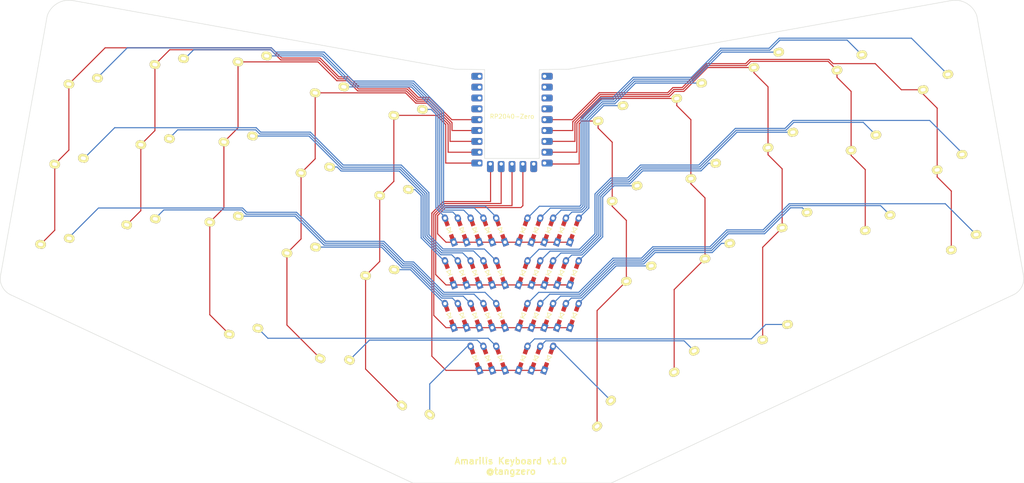
<source format=kicad_pcb>
(kicad_pcb (version 20211014) (generator pcbnew)
  (title_block (title "Amarilis Keyboard") (date "2023-03-17") (rev "1.0") (company "@tangzero"))
  (layers (0 "F.Cu" signal) (31 "B.Cu" signal) (34 "B.Paste" user) (35 "F.Paste" user) (36 "B.SilkS" user "B.Silkscreen") (37 "F.SilkS" user "F.Silkscreen") (38 "B.Mask" user) (39 "F.Mask" user) (44 "Edge.Cuts" user))
  (net 0 "")
  (net 1 "ROW0")
  (net 2 "Net-(D1-Pad2)")
  (net 3 "Net-(D2-Pad2)")
  (net 4 "Net-(D3-Pad2)")
  (net 5 "Net-(D4-Pad2)")
  (net 6 "Net-(D5-Pad2)")
  (net 7 "Net-(D6-Pad2)")
  (net 8 "Net-(D7-Pad2)")
  (net 9 "Net-(D8-Pad2)")
  (net 10 "Net-(D9-Pad2)")
  (net 11 "Net-(D10-Pad2)")
  (net 12 "ROW1")
  (net 13 "Net-(D11-Pad2)")
  (net 14 "Net-(D12-Pad2)")
  (net 23 "Net-(D13-Pad2)")
  (net 24 "Net-(D14-Pad2)")
  (net 25 "Net-(D15-Pad2)")
  (net 26 "Net-(D16-Pad2)")
  (net 27 "Net-(D17-Pad2)")
  (net 28 "Net-(D18-Pad2)")
  (net 29 "Net-(D19-Pad2)")
  (net 30 "Net-(D20-Pad2)")
  (net 31 "ROW2")
  (net 32 "Net-(D21-Pad2)")
  (net 33 "Net-(D22-Pad2)")
  (net 34 "Net-(D23-Pad2)")
  (net 35 "Net-(D24-Pad2)")
  (net 36 "Net-(D25-Pad2)")
  (net 37 "Net-(D26-Pad2)")
  (net 38 "Net-(D27-Pad2)")
  (net 39 "Net-(D28-Pad2)")
  (net 40 "Net-(D29-Pad2)")
  (net 41 "Net-(D30-Pad2)")
  (net 42 "ROW3")
  (net 43 "Net-(D31-Pad2)")
  (net 44 "Net-(D32-Pad2)")
  (net 45 "Net-(D33-Pad2)")
  (net 46 "Net-(D34-Pad2)")
  (net 47 "Net-(D35-Pad2)")
  (net 48 "Net-(D36-Pad2)")
  (net 49 "COL0")
  (net 50 "COL1")
  (net 51 "COL2")
  (net 52 "COL3")
  (net 53 "COL4")
  (net 54 "COL5")
  (net 55 "COL6")
  (net 56 "COL7")
  (net 57 "COL8")
  (net 58 "COL9")
  (footprint "kbd:D3_TH" (layer "F.Cu") (at 159.607086 108 70)
    (fp_text reference "D17" hide)
    (fp_text value "1N4148" hide)
  )
  (footprint "kbd:D3_TH" (layer "F.Cu") (at 150.607086 118 70)
    (fp_text reference "D30" hide)
    (fp_text value "1N4148" hide)
  )
  (footprint "kbd:D3_TH" (layer "F.Cu") (at 150.607086 98 70)
    (fp_text reference "D10" hide)
    (fp_text value "1N4148" hide)
  )
  (footprint "kbd:spacer_m2" (layer "F.Cu") (at 183.055772 80.034293)
    (fp_text reference "Ref**" hide)
    (fp_text value "Val**" hide)
  )
  (footprint "kbd:CherryMX_1u" (layer "F.Cu") (at 44.271054 85.715056 -10)
    (fp_text reference "SW11" hide)
    (fp_text value "SW_PUSH" hide)
  )
  (footprint "kbd:CherryMX_1u" (layer "F.Cu") (at 110.122091 144.600068 -40)
    (fp_text reference "SW33" hide)
    (fp_text value "SW_PUSH" hide)
  )
  (footprint "kbd:spacer_m2" (layer "F.Cu") (at 148.015842 144.252025)
    (fp_text reference "Ref**" hide)
    (fp_text value "Val**" hide)
  )
  (footprint "kbd:CherryMX_1u" (layer "F.Cu") (at 98.634005 106.521175 -10)
    (fp_text reference "SW24" hide)
    (fp_text value "SW_PUSH" hide)
  )
  (footprint "kbd:D3_TH" (layer "F.Cu") (at 142.357086 108 110)
    (fp_text reference "D12" hide)
    (fp_text value "1N4148" hide)
  )
  (footprint "kbd:CherryMX_1u" (layer "F.Cu") (at 64.420827 81.144592 -10)
    (fp_text reference "SW12" hide)
    (fp_text value "SW_PUSH" hide)
  )
  (footprint "kbd:D3_TH" (layer "F.Cu") (at 153.607086 128 70)
    (fp_text reference "D35" hide)
    (fp_text value "1N4148" hide)
  )
  (footprint "kbd:D3_TH" (layer "F.Cu") (at 159.607086 98 70)
    (fp_text reference "D7" hide)
    (fp_text value "1N4148" hide)
  )
  (footprint "kbd:D3_TH" (layer "F.Cu") (at 162.607086 118 70)
    (fp_text reference "D26" hide)
    (fp_text value "1N4148" hide)
  )
  (footprint "kbd:D3_TH" (layer "F.Cu") (at 139.357086 108 110)
    (fp_text reference "D13" hide)
    (fp_text value "1N4148" hide)
  )
  (footprint "kbd:CherryMX_1u" (layer "F.Cu") (at 117.047296 111.798789 -10)
    (fp_text reference "SW25" hide)
    (fp_text value "SW_PUSH" hide)
  )
  (footprint "kbd:spacer_m2" (layer "F.Cu") (at 195.124261 119.284026)
    (fp_text reference "Ref**" hide)
    (fp_text value "Val**" hide)
  )
  (footprint "kbd:D3_TH" (layer "F.Cu") (at 153.607086 118 70)
    (fp_text reference "D29" hide)
    (fp_text value "1N4148" hide)
  )
  (footprint "kbd:CherryMX_1u" (layer "F.Cu") (at 228.303242 62.384004 10)
    (fp_text reference "SW9" hide)
    (fp_text value "SW_PUSH" hide)
  )
  (footprint "kbd:D3_TH" (layer "F.Cu") (at 162.607086 98 70)
    (fp_text reference "D6" hide)
    (fp_text value "1N4148" hide)
  )
  (footprint "kbd:CherryMX_1u" (layer "F.Cu") (at 234.919238 99.90518 10)
    (fp_text reference "SW29" hide)
    (fp_text value "SW_PUSH" hide)
  )
  (footprint "kbd:CherryMX_1u" (layer "F.Cu") (at 185.909976 144.600067 40)
    (fp_text reference "SW34" hide)
    (fp_text value "SW_PUSH" hide)
  )
  (footprint "kbd:CherryMX_1u" (layer "F.Cu") (at 215.464057 99.273946 10)
    (fp_text reference "SW28" hide)
    (fp_text value "SW_PUSH" hide)
  )
  (footprint "kbd:D3_TH" (layer "F.Cu") (at 162.607086 108 70)
    (fp_text reference "D16" hide)
    (fp_text value "1N4148" hide)
  )
  (footprint "kbd:CherryMX_1u" (layer "F.Cu") (at 61.112829 99.90518 -10)
    (fp_text reference "SW22" hide)
    (fp_text value "SW_PUSH" hide)
  )
  (footprint "kbd:CherryMX_1u" (layer "F.Cu") (at 255.069011 104.475644 10)
    (fp_text reference "SW30" hide)
    (fp_text value "SW_PUSH" hide)
  )
  (footprint "kbd:CherryMX_1u" (layer "F.Cu") (at 83.876008 80.513359 -10)
    (fp_text reference "SW13" hide)
    (fp_text value "SW_PUSH" hide)
  )
  (footprint "RP2040-Zero-Kicad:RP2040-Zero" (layer "F.Cu") (at 137.865 84.825)
    (fp_text reference "RZ1")
    (fp_text value "RP2040-Zero")
  )
  (footprint "kbd:CherryMX_1u" (layer "F.Cu") (at 92.856928 136.549189 -25)
    (fp_text reference "SW32" hide)
    (fp_text value "SW_PUSH" hide)
  )
  (footprint "kbd:D3_TH" (layer "F.Cu") (at 142.357086 98 110)
    (fp_text reference "D2" hide)
    (fp_text value "1N4148" hide)
  )
  (footprint "kbd:D3_TH" (layer "F.Cu") (at 153.607086 108 70)
    (fp_text reference "D19" hide)
    (fp_text value "1N4148" hide)
  )
  (footprint "kbd:spacer_m2" (layer "F.Cu") (at 58.613345 59.228174)
    (fp_text reference "Ref**" hide)
    (fp_text value "Val**" hide)
  )
  (footprint "kbd:CherryMX_1u" (layer "F.Cu") (at 251.761013 85.715056 10)
    (fp_text reference "SW20" hide)
    (fp_text value "SW_PUSH" hide)
  )
  (footprint "kbd:spacer_m2" (layer "F.Cu") (at 237.418722 59.228173)
    (fp_text reference "Ref**" hide)
    (fp_text value "Val**" hide)
  )
  (footprint "kbd:D3_TH" (layer "F.Cu") (at 136.357086 108 110)
    (fp_text reference "D14" hide)
    (fp_text value "1N4148" hide)
  )
  (footprint "kbd:D3_TH" (layer "F.Cu") (at 156.607086 108 70)
    (fp_text reference "D18" hide)
    (fp_text value "1N4148" hide)
  )
  (footprint "kbd:CherryMX_1u" (layer "F.Cu") (at 190.782067 69 10)
    (fp_text reference "SW7" hide)
    (fp_text value "SW_PUSH" hide)
  )
  (footprint "kbd:CherryMX_1u" (layer "F.Cu") (at 105.25 69 -10)
    (fp_text reference "SW4" hide)
    (fp_text value "SW_PUSH" hide)
  )
  (footprint "kbd:D3_TH" (layer "F.Cu") (at 153.607086 98 70)
    (fp_text reference "D9" hide)
    (fp_text value "1N4148" hide)
  )
  (footprint "kbd:CherryMX_1u" (layer "F.Cu") (at 87.184005 61.752771 -10)
    (fp_text reference "SW3" hide)
    (fp_text value "SW_PUSH" hide)
  )
  (footprint "kbd:CherryMX_1u" (layer "F.Cu") (at 120.355294 93.038201 -10)
    (fp_text reference "SW15" hide)
    (fp_text value "SW_PUSH" hide)
  )
  (footprint "kbd:spacer_m2" (layer "F.Cu") (at 50.078536 107.631475)
    (fp_text reference "Ref**" hide)
    (fp_text value "Val**" hide)
  )
  (footprint "kbd:spacer_m2" (layer "F.Cu") (at 100.907806 119.284026)
    (fp_text reference "Ref**" hide)
    (fp_text value "Val**" hide)
  )
  (footprint "kbd:D3_TH" (layer "F.Cu") (at 142.357086 118 110)
    (fp_text reference "D22" hide)
    (fp_text value "1N4148" hide)
  )
  (footprint "kbd:CherryMX_1u" (layer "F.Cu") (at 67.728825 62.384004 -10)
    (fp_text reference "SW2" hide)
    (fp_text value "SW_PUSH" hide)
  )
  (footprint "kbd:D3_TH" (layer "F.Cu") (at 156.607086 98 70)
    (fp_text reference "D8" hide)
    (fp_text value "1N4148" hide)
  )
  (footprint "kbd:CherryMX_1u" (layer "F.Cu") (at 203.175139 136.549189 25)
    (fp_text reference "SW35" hide)
    (fp_text value "SW_PUSH" hide)
  )
  (footprint "kbd:D3_TH" (layer "F.Cu") (at 133.357086 108 110)
    (fp_text reference "D15" hide)
    (fp_text value "1N4148" hide)
  )
  (footprint "kbd:D3_TH" (layer "F.Cu") (at 159.607086 118 70)
    (fp_text reference "D27" hide)
    (fp_text value "1N4148" hide)
  )
  (footprint "kbd:CherryMX_1u" (layer "F.Cu") (at 80.56801 99.273946 -10)
    (fp_text reference "SW23" hide)
    (fp_text value "SW_PUSH" hide)
  )
  (footprint "kbd:CherryMX_1u" (layer "F.Cu") (at 172.368775 74.277613 10)
    (fp_text reference "SW6" hide)
    (fp_text value "SW_PUSH" hide)
  )
  (footprint "kbd:D3_TH" (layer "F.Cu") (at 136.357086 98 110)
    (fp_text reference "D4" hide)
    (fp_text value "1N4148" hide)
  )
  (footprint "kbd:D3_TH" (layer "F.Cu") (at 156.607086 128 70)
    (fp_text reference "D34" hide)
    (fp_text value "1N4148" hide)
  )
  (footprint "kbd:CherryMX_1u" (layer "F.Cu") (at 208.848062 61.752771 10)
    (fp_text reference "SW8" hide)
    (fp_text value "SW_PUSH" hide)
  )
  (footprint "kbd:CherryMX_1u" (layer "F.Cu") (at 123.663292 74.277613 -10)
    (fp_text reference "SW5" hide)
    (fp_text value "SW_PUSH" hide)
  )
  (footprint "kbd:D3_TH" (layer "F.Cu") (at 136.357086 118 110)
    (fp_text reference "D24" hide)
    (fp_text value "1N4148" hide)
  )
  (footprint "kbd:D3_TH" (layer "F.Cu") (at 133.357086 118 110)
    (fp_text reference "D25" hide)
    (fp_text value "1N4148" hide)
  )
  (footprint "kbd:CherryMX_1u" (layer "F.Cu") (at 212.156059 80.513359 10)
    (fp_text reference "SW18" hide)
    (fp_text value "SW_PUSH" hide)
  )
  (footprint "kbd:CherryMX_1u" (layer "F.Cu") (at 85.130633 125.514897 -10)
    (fp_text reference "SW31" hide)
    (fp_text value "SW_PUSH" hide)
  )
  (footprint "kbd:CherryMX_1u" (layer "F.Cu") (at 248.453015 66.954468 10)
    (fp_text reference "SW10" hide)
    (fp_text value "SW_PUSH" hide)
  )
  (footprint "kbd:D3_TH" (layer "F.Cu") (at 150.607086 108 70)
    (fp_text reference "D20" hide)
    (fp_text value "1N4148" hide)
  )
  (footprint "kbd:D3_TH" (layer "F.Cu") (at 139.357086 128 110)
    (fp_text reference "D33" hide)
    (fp_text value "1N4148" hide)
  )
  (footprint "kbd:CherryMX_1u" (layer "F.Cu") (at 40.963056 104.475644 -10)
    (fp_text reference "SW21" hide)
    (fp_text value "SW_PUSH" hide)
  )
  (footprint "kbd:CherryMX_1u" (layer "F.Cu") (at 197.398062 106.521175 10)
    (fp_text reference "SW27" hide)
    (fp_text value "SW_PUSH" hide)
  )
  (footprint "kbd:D3_TH" (layer "F.Cu") (at 145.357086 118 110)
    (fp_text reference "D21" hide)
    (fp_text value "1N4148" hide)
  )
  (footprint "kbd:CherryMX_1u" (layer "F.Cu") (at 101.942002 87.760588 -10)
    (fp_text reference "SW14" hide)
    (fp_text value "SW_PUSH" hide)
  )
  (footprint "kbd:D3_TH" (layer "F.Cu") (at 139.357086 118 110)
    (fp_text reference "D23" hide)
    (fp_text value "1N4148" hide)
  )
  (footprint "kbd:CherryMX_1u" (layer "F.Cu") (at 210.901434 125.514897 10)
    (fp_text reference "SW36" hide)
    (fp_text value "SW_PUSH" hide)
  )
  (footprint "kbd:D3_TH" (layer "F.Cu") (at 156.607086 118 70)
    (fp_text reference "D28" hide)
    (fp_text value "1N4148" hide)
  )
  (footprint "kbd:CherryMX_1u" (layer "F.Cu") (at 178.984771 111.798788 10)
    (fp_text reference "SW26" hide)
    (fp_text value "SW_PUSH" hide)
  )
  (footprint "kbd:D3_TH" (layer "F.Cu") (at 139.357086 98 110)
    (fp_text reference "D3" hide)
    (fp_text value "1N4148" hide)
  )
  (footprint "kbd:spacer_m2" (layer "F.Cu") (at 245.953531 107.631475)
    (fp_text reference "Ref**" hide)
    (fp_text value "Val**" hide)
  )
  (footprint "kbd:D3_TH" (layer "F.Cu") (at 145.357086 98 110)
    (fp_text reference "D1" hide)
    (fp_text value "1N4148" hide)
  )
  (footprint "kbd:CherryMX_1u" (layer "F.Cu") (at 231.61124 81.144592 10)
    (fp_text reference "SW19" hide)
    (fp_text value "SW_PUSH" hide)
  )
  (footprint "kbd:CherryMX_1u" (layer "F.Cu") (at 194.090064 87.760587 10)
    (fp_text reference "SW17" hide)
    (fp_text value "SW_PUSH" hide)
  )
  (footprint "kbd:D3_TH" (layer "F.Cu") (at 145.357086 108 110)
    (fp_text reference "D11" hide)
    (fp_text value "1N4148" hide)
  )
  (footprint "kbd:spacer_m2" (layer "F.Cu") (at 112.976295 80.034293)
    (fp_text reference "Ref**" hide)
    (fp_text value "Val**" hide)
  )
  (footprint "kbd:CherryMX_1u" (layer "F.Cu") (at 47.579052 66.954469 -10)
    (fp_text reference "SW1" hide)
    (fp_text value "SW_PUSH" hide)
  )
  (footprint "kbd:D3_TH" (layer "F.Cu") (at 142.357086 128 110)
    (fp_text reference "D32" hide)
    (fp_text value "1N4148" hide)
  )
  (footprint "kbd:D3_TH" (layer "F.Cu") (at 145.357086 128 110)
    (fp_text reference "D31" hide)
    (fp_text value "1N4148" hide)
  )
  (footprint "kbd:D3_TH" (layer "F.Cu") (at 133.357086 98 110)
    (fp_text reference "D5" hide)
    (fp_text value "1N4148" hide)
  )
  (footprint "kbd:D3_TH" (layer "F.Cu") (at 150.607086 128 70)
    (fp_text reference "D36" hide)
    (fp_text value "1N4148" hide)
  )
  (footprint "kbd:CherryMX_1u" (layer "F.Cu") (at 175.676773 93.038201 10)
    (fp_text reference "SW16" hide)
    (fp_text value "SW_PUSH" hide)
  )
  (gr_line (start 141.6 81.2) (end 154.4 81.2) (layer "Edge.Cuts") (width 0.1))
  (gr_line (start 124.8 157.2) (end 171.25 157.2) (layer "Edge.Cuts") (width 0.1))
  (gr_line (start 161.35 60.3) (end 154.4 60.4) (layer "Edge.Cuts") (width 0.1))
  (gr_line (start 141.6 60.4) (end 134.7 60.3) (layer "Edge.Cuts") (width 0.1))
  (gr_line (start 28.2 109) (end 39.2 47.8) (layer "Edge.Cuts") (width 0.1))
  (gr_line (start 141.6 81.2) (end 141.6 60.4) (layer "Edge.Cuts") (width 0.1))
  (gr_line (start 265.25 113.2) (end 171.25 157.2) (layer "Edge.Cuts") (width 0.1))
  (gr_arc (start 30.8 113.2) (mid 28.83524 111.511518) (end 28.2 109) (layer "Edge.Cuts") (width 0.1))
  (gr_line (start 161.35 60.3) (end 251.05 44.2) (layer "Edge.Cuts") (width 0.1))
  (gr_line (start 154.4 81.2) (end 154.4 60.4) (layer "Edge.Cuts") (width 0.1))
  (gr_arc (start 267.85 109) (mid 267.21476 111.511518) (end 265.25 113.2) (layer "Edge.Cuts") (width 0.1))
  (gr_line (start 256.85 47.8) (end 267.85 109) (layer "Edge.Cuts") (width 0.1))
  (gr_line (start 124.8 157.2) (end 30.8 113.2) (layer "Edge.Cuts") (width 0.1))
  (gr_line (start 45 44.2) (end 134.7 60.3) (layer "Edge.Cuts") (width 0.1))
  (gr_arc (start 39.2 47.8) (mid 41.456213 44.962788) (end 45 44.2) (layer "Edge.Cuts") (width 0.1))
  (gr_arc (start 251.05 44.2) (mid 254.593787 44.962788) (end 256.85 47.8) (layer "Edge.Cuts") (width 0.1))
  (gr_text "Amarilis Keyboard v1.0\n@tangzero" (at 147.75 153.25) (layer "F.SilkS") (effects (font (size 1.5 1.5) (thickness 0.3))))
  (segment (start 130.6 94.559188) (end 132.459188 92.7) (width 0.25) (layer "F.Cu") (net 1))
  (segment (start 150.115 92.7) (end 150.565 92.25) (width 0.25) (layer "F.Cu") (net 1))
  (segment (start 130.6 98.85) (end 130.6 94.559188) (width 0.25) (layer "F.Cu") (net 1))
  (segment (start 134.383146 100.819078) (end 161.581026 100.819078) (width 0.25) (layer "F.Cu") (net 1))
  (segment (start 132.569078 100.819078) (end 130.6 98.85) (width 0.25) (layer "F.Cu") (net 1))
  (segment (start 150.565 92.25) (end 150.565 82.871395) (width 0.25) (layer "F.Cu") (net 1))
  (segment (start 133.581026 100.819078) (end 132.569078 100.819078) (width 0.25) (layer "F.Cu") (net 1))
  (segment (start 132.459188 92.7) (end 150.115 92.7) (width 0.25) (layer "F.Cu") (net 1))
  (segment (start 104.041014 56.291014) (end 92.686396 56.291014) (width 0.25) (layer "B.Cu") (net 2))
  (segment (start 144.581026 95.180922) (end 141.756906 92.356802) (width 0.25) (layer "B.Cu") (net 2))
  (segment (start 124.997431 63.088243) (end 110.838243 63.088243) (width 0.25) (layer "B.Cu") (net 2))
  (segment (start 91.695382 55.3) (end 57.95 55.3) (width 0.25) (layer "B.Cu") (net 2))
  (segment (start 57.95 55.3) (end 50.962596 62.287404) (width 0.25) (layer "B.Cu") (net 2))
  (segment (start 132 91.977208) (end 132 70.090812) (width 0.25) (layer "B.Cu") (net 2))
  (segment (start 92.686396 56.291014) (end 91.695382 55.3) (width 0.25) (layer "B.Cu") (net 2))
  (segment (start 110.838243 63.088243) (end 104.041014 56.291014) (width 0.25) (layer "B.Cu") (net 2))
  (segment (start 132 70.090812) (end 124.997431 63.088243) (width 0.25) (layer "B.Cu") (net 2))
  (segment (start 132.379594 92.356802) (end 132 91.977208) (width 0.25) (layer "B.Cu") (net 2))
  (segment (start 141.756906 92.356802) (end 132.379594 92.356802) (width 0.25) (layer "B.Cu") (net 2))
  (segment (start 103.755646 56.741014) (end 110.552875 63.538243) (width 0.25) (layer "B.Cu") (net 3))
  (segment (start 131.55 92.163604) (end 132.193198 92.806802) (width 0.25) (layer "B.Cu") (net 3))
  (segment (start 132.193198 92.806802) (end 139.206906 92.806802) (width 0.25) (layer "B.Cu") (net 3))
  (segment (start 92.5 56.741014) (end 103.755646 56.741014) (width 0.25) (layer "B.Cu") (net 3))
  (segment (start 124.811035 63.538243) (end 131.55 70.277208) (width 0.25) (layer "B.Cu") (net 3))
  (segment (start 91.508986 55.75) (end 92.5 56.741014) (width 0.25) (layer "B.Cu") (net 3))
  (segment (start 71.427753 57.822247) (end 73.5 55.75) (width 0.25) (layer "B.Cu") (net 3))
  (segment (start 73.5 55.75) (end 91.508986 55.75) (width 0.25) (layer "B.Cu") (net 3))
  (segment (start 139.206906 92.806802) (end 141.581026 95.180922) (width 0.25) (layer "B.Cu") (net 3))
  (segment (start 110.552875 63.538243) (end 124.811035 63.538243) (width 0.25) (layer "B.Cu") (net 3))
  (segment (start 131.55 70.277208) (end 131.55 92.163604) (width 0.25) (layer "B.Cu") (net 3))
  (segment (start 110.366479 63.988243) (end 124.624639 63.988243) (width 0.25) (layer "B.Cu") (net 4))
  (segment (start 131.1 92.35) (end 132.05 93.3) (width 0.25) (layer "B.Cu") (net 4))
  (segment (start 136.700104 93.3) (end 138.581026 95.180922) (width 0.25) (layer "B.Cu") (net 4))
  (segment (start 131.1 70.463604) (end 131.1 92.35) (width 0.25) (layer "B.Cu") (net 4))
  (segment (start 90.567549 57.191014) (end 103.56925 57.191014) (width 0.25) (layer "B.Cu") (net 4))
  (segment (start 124.624639 63.988243) (end 131.1 70.463604) (width 0.25) (layer "B.Cu") (net 4))
  (segment (start 103.56925 57.191014) (end 110.366479 63.988243) (width 0.25) (layer "B.Cu") (net 4))
  (segment (start 132.05 93.3) (end 136.700104 93.3) (width 0.25) (layer "B.Cu") (net 4))
  (segment (start 130.65 70.65) (end 130.65 92.6135) (width 0.25) (layer "B.Cu") (net 5))
  (segment (start 124.438243 64.438243) (end 130.65 70.65) (width 0.25) (layer "B.Cu") (net 5))
  (segment (start 108.633544 64.438243) (end 124.438243 64.438243) (width 0.25) (layer "B.Cu") (net 5))
  (segment (start 134.150104 93.75) (end 135.581026 95.180922) (width 0.25) (layer "B.Cu") (net 5))
  (segment (start 131.7865 93.75) (end 134.150104 93.75) (width 0.25) (layer "B.Cu") (net 5))
  (segment (start 130.65 92.6135) (end 131.7865 93.75) (width 0.25) (layer "B.Cu") (net 5))
  (segment (start 129.07946 69.715856) (end 130.2 70.836396) (width 0.25) (layer "B.Cu") (net 6))
  (segment (start 127.046836 69.715856) (end 129.07946 69.715856) (width 0.25) (layer "B.Cu") (net 6))
  (segment (start 130.2 92.799896) (end 132.581026 95.180922) (width 0.25) (layer "B.Cu") (net 6))
  (segment (start 130.2 70.836396) (end 130.2 92.799896) (width 0.25) (layer "B.Cu") (net 6))
  (segment (start 169.506506 68.833723) (end 166 72.340229) (width 0.25) (layer "B.Cu") (net 7))
  (segment (start 173.988054 68.833723) (end 169.506506 68.833723) (width 0.25) (layer "B.Cu") (net 7))
  (segment (start 166 92.814068) (end 163.633146 95.180922) (width 0.25) (layer "B.Cu") (net 7))
  (segment (start 166 72.340229) (end 166 92.814068) (width 0.25) (layer "B.Cu") (net 7))
  (segment (start 169.32011 68.383723) (end 172.116277 68.383723) (width 0.25) (layer "B.Cu") (net 8))
  (segment (start 172.116277 68.383723) (end 176.94389 63.55611) (width 0.25) (layer "B.Cu") (net 8))
  (segment (start 165.55 92.627672) (end 165.55 72.153833) (width 0.25) (layer "B.Cu") (net 8))
  (segment (start 176.94389 63.55611) (end 192.401346 63.55611) (width 0.25) (layer "B.Cu") (net 8))
  (segment (start 165.55 72.153833) (end 169.32011 68.383723) (width 0.25) (layer "B.Cu") (net 8))
  (segment (start 164.427672 93.75) (end 165.55 92.627672) (width 0.25) (layer "B.Cu") (net 8))
  (segment (start 160.633146 95.180922) (end 162.064068 93.75) (width 0.25) (layer "B.Cu") (net 8))
  (segment (start 162.064068 93.75) (end 164.427672 93.75) (width 0.25) (layer "B.Cu") (net 8))
  (segment (start 176.757494 63.10611) (end 171.929881 67.933723) (width 0.25) (layer "B.Cu") (net 9))
  (segment (start 165.1 92.441276) (end 164.241276 93.3) (width 0.25) (layer "B.Cu") (net 9))
  (segment (start 169.133714 67.933723) (end 165.1 71.967437) (width 0.25) (layer "B.Cu") (net 9))
  (segment (start 190.39389 63.10611) (end 176.757494 63.10611) (width 0.25) (layer "B.Cu") (net 9))
  (segment (start 197.191119 56.308881) (end 190.39389 63.10611) (width 0.25) (layer "B.Cu") (net 9))
  (segment (start 165.1 71.967437) (end 165.1 92.441276) (width 0.25) (layer "B.Cu") (net 9))
  (segment (start 171.929881 67.933723) (end 169.133714 67.933723) (width 0.25) (layer "B.Cu") (net 9))
  (segment (start 159.514068 93.3) (end 157.633146 95.180922) (width 0.25) (layer "B.Cu") (net 9))
  (segment (start 164.241276 93.3) (end 159.514068 93.3) (width 0.25) (layer "B.Cu") (net 9))
  (segment (start 210.467341 56.308881) (end 197.191119 56.308881) (width 0.25) (layer "B.Cu") (net 9))
  (segment (start 229.922521 56.940114) (end 226.482407 53.5) (width 0.25) (layer "B.Cu") (net 10))
  (segment (start 197.004723 55.858881) (end 190.207494 62.65611) (width 0.25) (layer "B.Cu") (net 10))
  (segment (start 171.743485 67.483723) (end 168.947318 67.483723) (width 0.25) (layer "B.Cu") (net 10))
  (segment (start 156.964068 92.85) (end 154.633146 95.180922) (width 0.25) (layer "B.Cu") (net 10))
  (segment (start 208.391119 55.858881) (end 197.004723 55.858881) (width 0.25) (layer "B.Cu") (net 10))
  (segment (start 164.05488 92.85) (end 156.964068 92.85) (width 0.25) (layer "B.Cu") (net 10))
  (segment (start 226.482407 53.5) (end 210.75 53.5) (width 0.25) (layer "B.Cu") (net 10))
  (segment (start 210.75 53.5) (end 208.391119 55.858881) (width 0.25) (layer "B.Cu") (net 10))
  (segment (start 164.65 92.25488) (end 164.05488 92.85) (width 0.25) (layer "B.Cu") (net 10))
  (segment (start 168.947318 67.483723) (end 164.65 71.781041) (width 0.25) (layer "B.Cu") (net 10))
  (segment (start 164.65 71.781041) (end 164.65 92.25488) (width 0.25) (layer "B.Cu") (net 10))
  (segment (start 176.571098 62.65611) (end 171.743485 67.483723) (width 0.25) (layer "B.Cu") (net 10))
  (segment (start 190.207494 62.65611) (end 176.571098 62.65611) (width 0.25) (layer "B.Cu") (net 10))
  (segment (start 210.563604 53.05) (end 241.55 53.05) (width 0.25) (layer "B.Cu") (net 11))
  (segment (start 164.2 92.068484) (end 164.2 71.594645) (width 0.25) (layer "B.Cu") (net 11))
  (segment (start 196.818327 55.408881) (end 208.204723 55.408881) (width 0.25) (layer "B.Cu") (net 11))
  (segment (start 154.414068 92.4) (end 163.868484 92.4) (width 0.25) (layer "B.Cu") (net 11))
  (segment (start 176.384702 62.20611) (end 190.021098 62.20611) (width 0.25) (layer "B.Cu") (net 11))
  (segment (start 163.868484 92.4) (end 164.2 92.068484) (width 0.25) (layer "B.Cu") (net 11))
  (segment (start 241.55 53.05) (end 250.010578 61.510578) (width 0.25) (layer "B.Cu") (net 11))
  (segment (start 168.760922 67.033723) (end 171.557089 67.033723) (width 0.25) (layer "B.Cu") (net 11))
  (segment (start 151.633146 95.180922) (end 154.414068 92.4) (width 0.25) (layer "B.Cu") (net 11))
  (segment (start 171.557089 67.033723) (end 176.384702 62.20611) (width 0.25) (layer "B.Cu") (net 11))
  (segment (start 164.2 71.594645) (end 168.760922 67.033723) (width 0.25) (layer "B.Cu") (net 11))
  (segment (start 190.021098 62.20611) (end 196.818327 55.408881) (width 0.25) (layer "B.Cu") (net 11))
  (segment (start 208.204723 55.408881) (end 210.563604 53.05) (width 0.25) (layer "B.Cu") (net 11))
  (segment (start 132.569078 110.819078) (end 130.15 108.4) (width 0.25) (layer "F.Cu") (net 12))
  (segment (start 130.15 94.372792) (end 132.272792 92.25) (width 0.25) (layer "F.Cu") (net 12))
  (segment (start 160.581026 110.819078) (end 132.569078 110.819078) (width 0.25) (layer "F.Cu") (net 12))
  (segment (start 132.272792 92.25) (end 148.025 92.25) (width 0.25) (layer "F.Cu") (net 12))
  (segment (start 161.581026 110.819078) (end 158.581026 110.819078) (width 0.25) (layer "F.Cu") (net 12))
  (segment (start 130.15 108.4) (end 130.15 94.372792) (width 0.25) (layer "F.Cu") (net 12))
  (segment (start 148.025 92.25) (end 148.025 82.495) (width 0.25) (layer "F.Cu") (net 12))
  (segment (start 128.55 89.194391) (end 128.55 99.05) (width 0.25) (layer "B.Cu") (net 13))
  (segment (start 108.52396 82.75) (end 122.105609 82.75) (width 0.25) (layer "B.Cu") (net 13))
  (segment (start 122.105609 82.75) (end 128.55 89.194391) (width 0.25) (layer "B.Cu") (net 13))
  (segment (start 128.55 99.05) (end 131.9 102.4) (width 0.25) (layer "B.Cu") (net 13))
  (segment (start 131.9 102.4) (end 141.550104 102.4) (width 0.25) (layer "B.Cu") (net 13))
  (segment (start 88.136396 74) (end 89.187998 75.051602) (width 0.25) (layer "B.Cu") (net 13))
  (segment (start 55 74) (end 88.136396 74) (width 0.25) (layer "B.Cu") (net 13))
  (segment (start 89.187998 75.051602) (end 100.825562 75.051602) (width 0.25) (layer "B.Cu") (net 13))
  (segment (start 47.846701 81.153299) (end 55 74) (width 0.25) (layer "B.Cu") (net 13))
  (segment (start 141.550104 102.4) (end 144.331026 105.180922) (width 0.25) (layer "B.Cu") (net 13))
  (segment (start 100.825562 75.051602) (end 108.52396 82.75) (width 0.25) (layer "B.Cu") (net 13))
  (segment (start 67.804371 76.445629) (end 69.75 74.5) (width 0.25) (layer "B.Cu") (net 14))
  (segment (start 100.639166 75.501602) (end 108.387564 83.25) (width 0.25) (layer "B.Cu") (net 14))
  (segment (start 121.969213 83.25) (end 128.1 89.380787) (width 0.25) (layer "B.Cu") (net 14))
  (segment (start 139.000104 102.85) (end 141.331026 105.180922) (width 0.25) (layer "B.Cu") (net 14))
  (segment (start 88 74.5) (end 89.001602 75.501602) (width 0.25) (layer "B.Cu") (net 14))
  (segment (start 128.1 99.236396) (end 131.713604 102.85) (width 0.25) (layer "B.Cu") (net 14))
  (segment (start 69.75 74.5) (end 88 74.5) (width 0.25) (layer "B.Cu") (net 14))
  (segment (start 108.387564 83.25) (end 121.969213 83.25) (width 0.25) (layer "B.Cu") (net 14))
  (segment (start 131.713604 102.85) (end 139.000104 102.85) (width 0.25) (layer "B.Cu") (net 14))
  (segment (start 128.1 89.380787) (end 128.1 99.236396) (width 0.25) (layer "B.Cu") (net 14))
  (segment (start 89.001602 75.501602) (end 100.639166 75.501602) (width 0.25) (layer "B.Cu") (net 14))
  (segment (start 131.527208 103.3) (end 136.450104 103.3) (width 0.25) (layer "B.Cu") (net 23))
  (segment (start 127.65 99.422792) (end 131.527208 103.3) (width 0.25) (layer "B.Cu") (net 23))
  (segment (start 87.259552 75.951602) (end 100.452771 75.951602) (width 0.25) (layer "B.Cu") (net 23))
  (segment (start 108.201168 83.7) (end 121.782817 83.7) (width 0.25) (layer "B.Cu") (net 23))
  (segment (start 121.782817 83.7) (end 127.65 89.567183) (width 0.25) (layer "B.Cu") (net 23))
  (segment (start 100.452771 75.951602) (end 108.201168 83.7) (width 0.25) (layer "B.Cu") (net 23))
  (segment (start 136.450104 103.3) (end 138.331026 105.180922) (width 0.25) (layer "B.Cu") (net 23))
  (segment (start 127.65 89.567183) (end 127.65 99.422792) (width 0.25) (layer "B.Cu") (net 23))
  (segment (start 127.2 99.609188) (end 131.340812 103.75) (width 0.25) (layer "B.Cu") (net 24))
  (segment (start 133.900104 103.75) (end 135.331026 105.180922) (width 0.25) (layer "B.Cu") (net 24))
  (segment (start 131.340812 103.75) (end 133.900104 103.75) (width 0.25) (layer "B.Cu") (net 24))
  (segment (start 107.063603 83.198831) (end 108.014772 84.15) (width 0.25) (layer "B.Cu") (net 24))
  (segment (start 121.596421 84.15) (end 127.2 89.753579) (width 0.25) (layer "B.Cu") (net 24))
  (segment (start 105.325546 83.198831) (end 107.063603 83.198831) (width 0.25) (layer "B.Cu") (net 24))
  (segment (start 127.2 89.753579) (end 127.2 99.609188) (width 0.25) (layer "B.Cu") (net 24))
  (segment (start 108.014772 84.15) (end 121.596421 84.15) (width 0.25) (layer "B.Cu") (net 24))
  (segment (start 125.286469 88.476444) (end 126.75 89.939975) (width 0.25) (layer "B.Cu") (net 25))
  (segment (start 126.75 89.939975) (end 126.75 99.795584) (width 0.25) (layer "B.Cu") (net 25))
  (segment (start 132.135338 105.180922) (end 132.331026 105.180922) (width 0.25) (layer "B.Cu") (net 25))
  (segment (start 123.738838 88.476444) (end 125.286469 88.476444) (width 0.25) (layer "B.Cu") (net 25))
  (segment (start 126.75 99.795584) (end 132.135338 105.180922) (width 0.25) (layer "B.Cu") (net 25))
  (segment (start 169.25 90.25) (end 169.25 99.564068) (width 0.25) (layer "B.Cu") (net 26))
  (segment (start 177.296052 87.594311) (end 171.905689 87.594311) (width 0.25) (layer "B.Cu") (net 26))
  (segment (start 171.905689 87.594311) (end 169.25 90.25) (width 0.25) (layer "B.Cu") (net 26))
  (segment (start 169.25 99.564068) (end 163.697214 105.116854) (width 0.25) (layer "B.Cu") (net 26))
  (segment (start 168.8 90.063604) (end 168.8 99.377672) (width 0.25) (layer "B.Cu") (net 27))
  (segment (start 168.8 99.377672) (end 164.37087 103.806802) (width 0.25) (layer "B.Cu") (net 27))
  (segment (start 194.069699 82.316697) (end 192.286396 84.1) (width 0.25) (layer "B.Cu") (net 27))
  (segment (start 178.65 84.1) (end 175.605689 87.144311) (width 0.25) (layer "B.Cu") (net 27))
  (segment (start 175.605689 87.144311) (end 171.719293 87.144311) (width 0.25) (layer "B.Cu") (net 27))
  (segment (start 171.719293 87.144311) (end 168.8 90.063604) (width 0.25) (layer "B.Cu") (net 27))
  (segment (start 164.37087 103.806802) (end 162.007266 103.806802) (width 0.25) (layer "B.Cu") (net 27))
  (segment (start 162.007266 103.806802) (end 160.633146 105.180922) (width 0.25) (layer "B.Cu") (net 27))
  (segment (start 192.286396 84.1) (end 178.65 84.1) (width 0.25) (layer "B.Cu") (net 27))
  (segment (start 195.709343 82.316697) (end 194.069699 82.316697) (width 0.25) (layer "B.Cu") (net 27))
  (segment (start 192.1 83.65) (end 178.463604 83.65) (width 0.25) (layer "B.Cu") (net 28))
  (segment (start 168.35 99.191276) (end 164.184474 103.356802) (width 0.25) (layer "B.Cu") (net 28))
  (segment (start 168.35 89.877208) (end 168.35 99.191276) (width 0.25) (layer "B.Cu") (net 28))
  (segment (start 164.184474 103.356802) (end 159.457266 103.356802) (width 0.25) (layer "B.Cu") (net 28))
  (segment (start 171.532897 86.694311) (end 168.35 89.877208) (width 0.25) (layer "B.Cu") (net 28))
  (segment (start 159.457266 103.356802) (end 157.633146 105.180922) (width 0.25) (layer "B.Cu") (net 28))
  (segment (start 200.680531 75.069469) (end 192.1 83.65) (width 0.25) (layer "B.Cu") (net 28))
  (segment (start 178.463604 83.65) (end 175.419293 86.694311) (width 0.25) (layer "B.Cu") (net 28))
  (segment (start 213.775338 75.069469) (end 200.680531 75.069469) (width 0.25) (layer "B.Cu") (net 28))
  (segment (start 175.419293 86.694311) (end 171.532897 86.694311) (width 0.25) (layer "B.Cu") (net 28))
  (segment (start 233.200702 75.700702) (end 230.25 72.75) (width 0.25) (layer "B.Cu") (net 29))
  (segment (start 175.232897 86.244311) (end 171.346501 86.244311) (width 0.25) (layer "B.Cu") (net 29))
  (segment (start 163.998078 102.906802) (end 156.907266 102.906802) (width 0.25) (layer "B.Cu") (net 29))
  (segment (start 212.130531 74.619469) (end 200.494135 74.619469) (width 0.25) (layer "B.Cu") (net 29))
  (segment (start 178.277208 83.2) (end 175.232897 86.244311) (width 0.25) (layer "B.Cu") (net 29))
  (segment (start 230.25 72.75) (end 214 72.75) (width 0.25) (layer "B.Cu") (net 29))
  (segment (start 191.913604 83.2) (end 178.277208 83.2) (width 0.25) (layer "B.Cu") (net 29))
  (segment (start 167.9 99.00488) (end 163.998078 102.906802) (width 0.25) (layer "B.Cu") (net 29))
  (segment (start 171.346501 86.244311) (end 167.9 89.690812) (width 0.25) (layer "B.Cu") (net 29))
  (segment (start 167.9 89.690812) (end 167.9 99.00488) (width 0.25) (layer "B.Cu") (net 29))
  (segment (start 214 72.75) (end 212.130531 74.619469) (width 0.25) (layer "B.Cu") (net 29))
  (segment (start 156.907266 102.906802) (end 154.633146 105.180922) (width 0.25) (layer "B.Cu") (net 29))
  (segment (start 200.494135 74.619469) (end 191.913604 83.2) (width 0.25) (layer "B.Cu") (net 29))
  (segment (start 253.380292 79.880292) (end 245.8 72.3) (width 0.25) (layer "B.Cu") (net 30))
  (segment (start 200.307739 74.169469) (end 191.727208 82.75) (width 0.25) (layer "B.Cu") (net 30))
  (segment (start 245.8 72.3) (end 213.813604 72.3) (width 0.25) (layer "B.Cu") (net 30))
  (segment (start 167.45 98.818484) (end 163.811682 102.456802) (width 0.25) (layer "B.Cu") (net 30))
  (segment (start 163.811682 102.456802) (end 154.357266 102.456802) (width 0.25) (layer "B.Cu") (net 30))
  (segment (start 175.046501 85.794311) (end 171.160105 85.794311) (width 0.25) (layer "B.Cu") (net 30))
  (segment (start 171.160105 85.794311) (end 167.45 89.504416) (width 0.25) (layer "B.Cu") (net 30))
  (segment (start 191.727208 82.75) (end 178.090812 82.75) (width 0.25) (layer "B.Cu") (net 30))
  (segment (start 211.944135 74.169469) (end 200.307739 74.169469) (width 0.25) (layer "B.Cu") (net 30))
  (segment (start 178.090812 82.75) (end 175.046501 85.794311) (width 0.25) (layer "B.Cu") (net 30))
  (segment (start 167.45 89.504416) (end 167.45 98.818484) (width 0.25) (layer "B.Cu") (net 30))
  (segment (start 213.813604 72.3) (end 211.944135 74.169469) (width 0.25) (layer "B.Cu") (net 30))
  (segment (start 154.357266 102.456802) (end 151.633146 105.180922) (width 0.25) (layer "B.Cu") (net 30))
  (segment (start 134.383146 120.819078) (end 161.581026 120.819078) (width 0.25) (layer "F.Cu") (net 31))
  (segment (start 145.485 91.75) (end 132.136396 91.75) (width 0.25) (layer "F.Cu") (net 31))
  (segment (start 129.7 94.186396) (end 129.7 117.95) (width 0.25) (layer "F.Cu") (net 31))
  (segment (start 129.7 117.95) (end 132.569078 120.819078) (width 0.25) (layer "F.Cu") (net 31))
  (segment (start 132.136396 91.75) (end 129.7 94.186396) (width 0.25) (layer "F.Cu") (net 31))
  (segment (start 132.569078 120.819078) (end 133.581026 120.819078) (width 0.25) (layer "F.Cu") (net 31))
  (segment (start 145.485 82.495) (end 145.485 91.75) (width 0.25) (layer "F.Cu") (net 31))
  (segment (start 141.695241 112.545137) (end 132.090721 112.545137) (width 0.25) (layer "B.Cu") (net 32))
  (segment (start 104.38221 100.609418) (end 118.018606 100.609418) (width 0.25) (layer "B.Cu") (net 32))
  (segment (start 118.018606 100.609418) (end 122.84622 105.437032) (width 0.25) (layer "B.Cu") (net 32))
  (segment (start 122.84622 105.437032) (end 124.982616 105.437032) (width 0.25) (layer "B.Cu") (net 32))
  (segment (start 85.948585 93.812189) (end 97.584981 93.812189) (width 0.25) (layer "B.Cu") (net 32))
  (segment (start 44.3466 99.6534) (end 51.2 92.8) (width 0.25) (layer "B.Cu") (net 32))
  (segment (start 84.936396 92.8) (end 85.948585 93.812189) (width 0.25) (layer "B.Cu") (net 32))
  (segment (start 144.331026 115.180922) (end 141.695241 112.545137) (width 0.25) (layer "B.Cu") (net 32))
  (segment (start 97.584981 93.812189) (end 104.38221 100.609418) (width 0.25) (layer "B.Cu") (net 32))
  (segment (start 124.982616 105.437032) (end 132.090721 112.545137) (width 0.25) (layer "B.Cu") (net 32))
  (segment (start 51.2 92.8) (end 84.936396 92.8) (width 0.25) (layer "B.Cu") (net 32))
  (segment (start 122.659824 105.887032) (end 124.79622 105.887032) (width 0.25) (layer "B.Cu") (net 33))
  (segment (start 85.762189 94.262189) (end 97.398585 94.262189) (width 0.25) (layer "B.Cu") (net 33))
  (segment (start 97.398585 94.262189) (end 104.195814 101.059418) (width 0.25) (layer "B.Cu") (net 33))
  (segment (start 117.83221 101.059418) (end 122.659824 105.887032) (width 0.25) (layer "B.Cu") (net 33))
  (segment (start 139.145241 112.995137) (end 141.331026 115.180922) (width 0.25) (layer "B.Cu") (net 33))
  (segment (start 66.5 93.25) (end 84.75 93.25) (width 0.25) (layer "B.Cu") (net 33))
  (segment (start 84.75 93.25) (end 85.762189 94.262189) (width 0.25) (layer "B.Cu") (net 33))
  (segment (start 124.79622 105.887032) (end 131.904325 112.995137) (width 0.25) (layer "B.Cu") (net 33))
  (segment (start 131.904325 112.995137) (end 139.145241 112.995137) (width 0.25) (layer "B.Cu") (net 33))
  (segment (start 104.195814 101.059418) (end 117.83221 101.059418) (width 0.25) (layer "B.Cu") (net 33))
  (segment (start 64.496373 95.253627) (end 66.5 93.25) (width 0.25) (layer "B.Cu") (net 33))
  (segment (start 122.473428 106.337032) (end 124.609824 106.337032) (width 0.25) (layer "B.Cu") (net 34))
  (segment (start 136.595241 113.445137) (end 138.331026 115.180922) (width 0.25) (layer "B.Cu") (net 34))
  (segment (start 117.645814 101.509418) (end 122.473428 106.337032) (width 0.25) (layer "B.Cu") (net 34))
  (segment (start 104.009418 101.509418) (end 117.645814 101.509418) (width 0.25) (layer "B.Cu") (net 34))
  (segment (start 124.609824 106.337032) (end 131.717929 113.445137) (width 0.25) (layer "B.Cu") (net 34))
  (segment (start 83.951554 94.712189) (end 97.212189 94.712189) (width 0.25) (layer "B.Cu") (net 34))
  (segment (start 131.717929 113.445137) (end 136.595241 113.445137) (width 0.25) (layer "B.Cu") (net 34))
  (segment (start 97.212189 94.712189) (end 104.009418 101.509418) (width 0.25) (layer "B.Cu") (net 34))
  (segment (start 122.287032 106.787032) (end 124.423428 106.787032) (width 0.25) (layer "B.Cu") (net 35))
  (segment (start 102.017549 101.959418) (end 117.459418 101.959418) (width 0.25) (layer "B.Cu") (net 35))
  (segment (start 117.459418 101.959418) (end 122.287032 106.787032) (width 0.25) (layer "B.Cu") (net 35))
  (segment (start 134.045241 113.895137) (end 135.331026 115.180922) (width 0.25) (layer "B.Cu") (net 35))
  (segment (start 131.531533 113.895137) (end 134.045241 113.895137) (width 0.25) (layer "B.Cu") (net 35))
  (segment (start 124.423428 106.787032) (end 131.531533 113.895137) (width 0.25) (layer "B.Cu") (net 35))
  (segment (start 124.237032 107.237032) (end 132.180922 115.180922) (width 0.25) (layer "B.Cu") (net 36))
  (segment (start 120.43084 107.237032) (end 124.237032 107.237032) (width 0.25) (layer "B.Cu") (net 36))
  (segment (start 132.180922 115.180922) (end 132.331026 115.180922) (width 0.25) (layer "B.Cu") (net 36))
  (segment (start 172.395102 106.354898) (end 163.569078 115.180922) (width 0.25) (layer "B.Cu") (net 37))
  (segment (start 180.60405 106.354898) (end 172.395102 106.354898) (width 0.25) (layer "B.Cu") (net 37))
  (segment (start 181.538236 103.237777) (end 178.871115 105.904898) (width 0.25) (layer "B.Cu") (net 38))
  (segment (start 172.208706 105.904898) (end 164.218467 113.895137) (width 0.25) (layer "B.Cu") (net 38))
  (segment (start 178.871115 105.904898) (end 172.208706 105.904898) (width 0.25) (layer "B.Cu") (net 38))
  (segment (start 198.861967 101.077285) (end 197.059111 101.077285) (width 0.25) (layer "B.Cu") (net 38))
  (segment (start 161.918931 113.895137) (end 160.633146 115.180922) (width 0.25) (layer "B.Cu") (net 38))
  (segment (start 194.898619 103.237777) (end 181.538236 103.237777) (width 0.25) (layer "B.Cu") (net 38))
  (segment (start 164.218467 113.895137) (end 161.918931 113.895137) (width 0.25) (layer "B.Cu") (net 38))
  (segment (start 197.059111 101.077285) (end 194.898619 103.237777) (width 0.25) (layer "B.Cu") (net 38))
  (segment (start 217.083336 93.830056) (end 216.00328 92.75) (width 0.25) (layer "B.Cu") (net 39))
  (segment (start 207.168922 98.831078) (end 198.668922 98.831078) (width 0.25) (layer "B.Cu") (net 39))
  (segment (start 181.35184 102.787777) (end 178.684719 105.454898) (width 0.25) (layer "B.Cu") (net 39))
  (segment (start 216.00328 92.75) (end 213.25 92.75) (width 0.25) (layer "B.Cu") (net 39))
  (segment (start 198.668922 98.831078) (end 194.712223 102.787777) (width 0.25) (layer "B.Cu") (net 39))
  (segment (start 194.712223 102.787777) (end 181.35184 102.787777) (width 0.25) (layer "B.Cu") (net 39))
  (segment (start 172.02231 105.454898) (end 164.032071 113.445137) (width 0.25) (layer "B.Cu") (net 39))
  (segment (start 213.25 92.75) (end 207.168922 98.831078) (width 0.25) (layer "B.Cu") (net 39))
  (segment (start 164.032071 113.445137) (end 159.368931 113.445137) (width 0.25) (layer "B.Cu") (net 39))
  (segment (start 159.368931 113.445137) (end 157.633146 115.180922) (width 0.25) (layer "B.Cu") (net 39))
  (segment (start 178.684719 105.454898) (end 172.02231 105.454898) (width 0.25) (layer "B.Cu") (net 39))
  (segment (start 206.982526 98.381078) (end 198.482526 98.381078) (width 0.25) (layer "B.Cu") (net 40))
  (segment (start 181.165444 102.337777) (end 178.498323 105.004898) (width 0.25) (layer "B.Cu") (net 40))
  (segment (start 171.835914 105.004898) (end 163.845675 112.995137) (width 0.25) (layer "B.Cu") (net 40))
  (segment (start 194.525827 102.337777) (end 181.165444 102.337777) (width 0.25) (layer "B.Cu") (net 40))
  (segment (start 178.498323 105.004898) (end 171.835914 105.004898) (width 0.25) (layer "B.Cu") (net 40))
  (segment (start 213.113604 92.25) (end 206.982526 98.381078) (width 0.25) (layer "B.Cu") (net 40))
  (segment (start 234.327227 92.25) (end 213.113604 92.25) (width 0.25) (layer "B.Cu") (net 40))
  (segment (start 163.845675 112.995137) (end 156.818931 112.995137) (width 0.25) (layer "B.Cu") (net 40))
  (segment (start 236.538517 94.46129) (end 234.327227 92.25) (width 0.25) (layer "B.Cu") (net 40))
  (segment (start 156.818931 112.995137) (end 154.633146 115.180922) (width 0.25) (layer "B.Cu") (net 40))
  (segment (start 198.482526 98.381078) (end 194.525827 102.337777) (width 0.25) (layer "B.Cu") (net 40))
  (segment (start 212.927208 91.8) (end 206.79613 97.931078) (width 0.25) (layer "B.Cu") (net 41))
  (segment (start 180.979048 101.887777) (end 178.311927 104.554898) (width 0.25) (layer "B.Cu") (net 41))
  (segment (start 206.79613 97.931078) (end 198.29613 97.931078) (width 0.25) (layer "B.Cu") (net 41))
  (segment (start 194.339431 101.887777) (end 180.979048 101.887777) (width 0.25) (layer "B.Cu") (net 41))
  (segment (start 171.649518 104.554898) (end 163.659279 112.545137) (width 0.25) (layer "B.Cu") (net 41))
  (segment (start 198.29613 97.931078) (end 194.339431 101.887777) (width 0.25) (layer "B.Cu") (net 41))
  (segment (start 249.456536 91.8) (end 212.927208 91.8) (width 0.25) (layer "B.Cu") (net 41))
  (segment (start 256.68829 99.031754) (end 249.456536 91.8) (width 0.25) (layer "B.Cu") (net 41))
  (segment (start 163.659279 112.545137) (end 154.268931 112.545137) (width 0.25) (layer "B.Cu") (net 41))
  (segment (start 154.268931 112.545137) (end 151.633146 115.180922) (width 0.25) (layer "B.Cu") (net 41))
  (segment (start 178.311927 104.554898) (end 171.649518 104.554898) (width 0.25) (layer "B.Cu") (net 41))
  (segment (start 142.945 82.495) (end 143 82.55) (width 0.25) (layer "F.Cu") (net 42))
  (segment (start 143 82.55) (end 143 91.3) (width 0.25) (layer "F.Cu") (net 42))
  (segment (start 132.569078 130.819078) (end 140.383146 130.819078) (width 0.25) (layer "F.Cu") (net 42))
  (segment (start 143 91.3) (end 131.95 91.3) (width 0.25) (layer "F.Cu") (net 42))
  (segment (start 140.383146 130.819078) (end 155.581026 130.819078) (width 0.25) (layer "F.Cu") (net 42))
  (segment (start 129.25 127.5) (end 132.569078 130.819078) (width 0.25) (layer "F.Cu") (net 42))
  (segment (start 129.25 94) (end 129.25 127.5) (width 0.25) (layer "F.Cu") (net 42))
  (segment (start 131.95 91.3) (end 129.25 94) (width 0.25) (layer "F.Cu") (net 42))
  (segment (start 142.450104 123.3) (end 144.331026 125.180922) (width 0.25) (layer "B.Cu") (net 43))
  (segment (start 88.514177 120.95314) (end 90.861037 123.3) (width 0.25) (layer "B.Cu") (net 43))
  (segment (start 90.861037 123.3) (end 142.450104 123.3) (width 0.25) (layer "B.Cu") (net 43))
  (segment (start 141.331026 125.180922) (end 139.900104 123.75) (width 0.25) (layer "B.Cu") (net 44))
  (segment (start 114.625324 123.75) (end 109.963871 128.411453) (width 0.25) (layer "B.Cu") (net 44))
  (segment (start 139.900104 123.75) (end 114.625324 123.75) (width 0.25) (layer "B.Cu") (net 44))
  (segment (start 137.569078 125.180922) (end 128.75233 133.99767) (width 0.25) (layer "B.Cu") (net 45))
  (segment (start 128.75233 133.99767) (end 128.75233 141.167221) (width 0.25) (layer "B.Cu") (net 45))
  (segment (start 137.827136 125.180922) (end 138.331026 125.180922) (width 0.25) (layer "B.Cu") (net 45))
  (segment (start 138.331026 125.180922) (end 137.569078 125.180922) (width 0.25) (layer "B.Cu") (net 45))
  (segment (start 157.633146 125.180922) (end 158.450306 125.180922) (width 0.25) (layer "B.Cu") (net 46))
  (segment (start 158.450306 125.180922) (end 171.171243 137.901859) (width 0.25) (layer "B.Cu") (net 46))
  (segment (start 155.918931 123.895137) (end 188.302824 123.895137) (width 0.25) (layer "B.Cu") (net 47))
  (segment (start 188.302824 123.895137) (end 190.672239 126.264552) (width 0.25) (layer "B.Cu") (net 47))
  (segment (start 154.633146 125.180922) (end 155.918931 123.895137) (width 0.25) (layer "B.Cu") (net 47))
  (segment (start 151.633146 125.180922) (end 151.633146 125.116854) (width 0.25) (layer "B.Cu") (net 48))
  (segment (start 153.304863 123.445137) (end 204.054863 123.445137) (width 0.25) (layer "B.Cu") (net 48))
  (segment (start 204.054863 123.445137) (end 207.428993 120.071007) (width 0.25) (layer "B.Cu") (net 48))
  (segment (start 151.633146 125.116854) (end 153.304863 123.445137) (width 0.25) (layer "B.Cu") (net 48))
  (segment (start 207.428993 120.071007) (end 212.520713 120.071007) (width 0.25) (layer "B.Cu") (net 48))
  (segment (start 44.268001 79.244047) (end 40.960003 82.552045) (width 0.25) (layer "F.Cu") (net 49))
  (segment (start 52.762031 55.297428) (end 44.268001 63.791458) (width 0.25) (layer "F.Cu") (net 49))
  (segment (start 91.683824 55.297428) (end 52.762031 55.297428) (width 0.25) (layer "F.Cu") (net 49))
  (segment (start 40.960003 82.552045) (end 40.960003 98.004635) (width 0.25) (layer "F.Cu") (net 49))
  (segment (start 133.920584 72.125) (end 128.695584 66.9) (width 0.25) (layer "F.Cu") (net 49))
  (segment (start 126.059188 66.9) (end 123.646177 64.486989) (width 0.25) (layer "F.Cu") (net 49))
  (segment (start 112.259781 64.486989) (end 109.872792 62.1) (width 0.25) (layer "F.Cu") (net 49))
  (segment (start 107.486396 62.1) (end 103.076156 57.68976) (width 0.25) (layer "F.Cu") (net 49))
  (segment (start 40.960003 98.004635) (end 37.652005 101.312633) (width 0.25) (layer "F.Cu") (net 49))
  (segment (start 128.695584 66.9) (end 126.059188 66.9) (width 0.25) (layer "F.Cu") (net 49))
  (segment (start 140.405 72.125) (end 133.920584 72.125) (width 0.25) (layer "F.Cu") (net 49))
  (segment (start 123.646177 64.486989) (end 112.259781 64.486989) (width 0.25) (layer "F.Cu") (net 49))
  (segment (start 94.076156 57.68976) (end 91.683824 55.297428) (width 0.25) (layer "F.Cu") (net 49))
  (segment (start 44.268001 63.791458) (end 44.268001 79.244047) (width 0.25) (layer "F.Cu") (net 49))
  (segment (start 103.076156 57.68976) (end 94.076156 57.68976) (width 0.25) (layer "F.Cu") (net 49))
  (segment (start 109.872792 62.1) (end 107.486396 62.1) (width 0.25) (layer "F.Cu") (net 49))
  (segment (start 128.509188 67.35) (end 133.968198 72.80901) (width 0.25) (layer "F.Cu") (net 50))
  (segment (start 64.417774 74.673583) (end 61.109776 77.981581) (width 0.25) (layer "F.Cu") (net 50))
  (segment (start 123.459781 64.936989) (end 125.872792 67.35) (width 0.25) (layer "F.Cu") (net 50))
  (segment (start 125.872792 67.35) (end 128.509188 67.35) (width 0.25) (layer "F.Cu") (net 50))
  (segment (start 67.891339 55.747428) (end 91.497428 55.747428) (width 0.25) (layer "F.Cu") (net 50))
  (segment (start 133.968198 74.665) (end 140.405 74.665) (width 0.25) (layer "F.Cu") (net 50))
  (segment (start 133.968198 72.80901) (end 133.968198 74.665) (width 0.25) (layer "F.Cu") (net 50))
  (segment (start 112.073385 64.936989) (end 123.459781 64.936989) (width 0.25) (layer "F.Cu") (net 50))
  (segment (start 109.686396 62.55) (end 112.073385 64.936989) (width 0.25) (layer "F.Cu") (net 50))
  (segment (start 61.109776 77.981581) (end 61.109776 93.434171) (width 0.25) (layer "F.Cu") (net 50))
  (segment (start 61.109776 93.434171) (end 57.801778 96.742169) (width 0.25) (layer "F.Cu") (net 50))
  (segment (start 91.497428 55.747428) (end 93.88976 58.13976) (width 0.25) (layer "F.Cu") (net 50))
  (segment (start 64.417774 59.220993) (end 67.891339 55.747428) (width 0.25) (layer "F.Cu") (net 50))
  (segment (start 64.417774 59.220993) (end 64.417774 74.673583) (width 0.25) (layer "F.Cu") (net 50))
  (segment (start 107.3 62.55) (end 109.686396 62.55) (width 0.25) (layer "F.Cu") (net 50))
  (segment (start 102.88976 58.13976) (end 107.3 62.55) (width 0.25) (layer "F.Cu") (net 50))
  (segment (start 93.88976 58.13976) (end 102.88976 58.13976) (width 0.25) (layer "F.Cu") (net 50))
  (segment (start 77.256959 117.789263) (end 77.256959 96.110935) (width 0.25) (layer "F.Cu") (net 51))
  (segment (start 133.518198 77.205) (end 140.405 77.205) (width 0.25) (layer "F.Cu") (net 51))
  (segment (start 109.5 63) (end 111.886989 65.386989) (width 0.25) (layer "F.Cu") (net 51))
  (segment (start 83.872954 58.58976) (end 102.58976 58.58976) (width 0.25) (layer "F.Cu") (net 51))
  (segment (start 80.564957 77.350348) (end 80.564957 92.802937) (width 0.25) (layer "F.Cu") (net 51))
  (segment (start 83.872954 74.042351) (end 80.564957 77.350348) (width 0.25) (layer "F.Cu") (net 51))
  (segment (start 125.686396 67.8) (end 128.322792 67.8) (width 0.25) (layer "F.Cu") (net 51))
  (segment (start 83.872954 58.58976) (end 83.872954 74.042351) (width 0.25) (layer "F.Cu") (net 51))
  (segment (start 111.886989 65.386989) (end 123.273385 65.386989) (width 0.25) (layer "F.Cu") (net 51))
  (segment (start 123.273385 65.386989) (end 125.686396 67.8) (width 0.25) (layer "F.Cu") (net 51))
  (segment (start 102.58976 58.58976) (end 107 63) (width 0.25) (layer "F.Cu") (net 51))
  (segment (start 80.564957 92.802937) (end 77.256959 96.110935) (width 0.25) (layer "F.Cu") (net 51))
  (segment (start 107 63) (end 109.5 63) (width 0.25) (layer "F.Cu") (net 51))
  (segment (start 81.819582 122.351886) (end 77.256959 117.789263) (width 0.25) (layer "F.Cu") (net 51))
  (segment (start 133.518198 72.995406) (end 133.518198 77.205) (width 0.25) (layer "F.Cu") (net 51))
  (segment (start 128.322792 67.8) (end 133.518198 72.995406) (width 0.25) (layer "F.Cu") (net 51))
  (segment (start 98.630951 84.597577) (end 98.630951 100.050167) (width 0.25) (layer "F.Cu") (net 52))
  (segment (start 98.630951 100.050167) (end 95.322954 103.358164) (width 0.25) (layer "F.Cu") (net 52))
  (segment (start 101.938949 81.289579) (end 98.630951 84.597577) (width 0.25) (layer "F.Cu") (net 52))
  (segment (start 125.5 68.25) (end 128.136396 68.25) (width 0.25) (layer "F.Cu") (net 52))
  (segment (start 133.068198 79.745) (end 140.405 79.745) (width 0.25) (layer "F.Cu") (net 52))
  (segment (start 95.322954 120.217437) (end 103.135366 128.029849) (width 0.25) (layer "F.Cu") (net 52))
  (segment (start 128.136396 68.25) (end 133.068198 73.181802) (width 0.25) (layer "F.Cu") (net 52))
  (segment (start 123.086989 65.836989) (end 125.5 68.25) (width 0.25) (layer "F.Cu") (net 52))
  (segment (start 95.322954 103.358164) (end 95.322954 120.217437) (width 0.25) (layer "F.Cu") (net 52))
  (segment (start 101.938949 65.836989) (end 101.938949 81.289579) (width 0.25) (layer "F.Cu") (net 52))
  (segment (start 133.068198 73.181802) (end 133.068198 79.745) (width 0.25) (layer "F.Cu") (net 52))
  (segment (start 101.938949 65.836989) (end 123.086989 65.836989) (width 0.25) (layer "F.Cu") (net 52))
  (segment (start 130.364602 71.114602) (end 132.5 73.25) (width 0.25) (layer "F.Cu") (net 53))
  (segment (start 113.736245 130.51225) (end 113.736245 108.635778) (width 0.25) (layer "F.Cu") (net 53))
  (segment (start 117.044243 89.87519) (end 117.044243 105.32778) (width 0.25) (layer "F.Cu") (net 53))
  (segment (start 120.352241 86.567192) (end 117.044243 89.87519) (width 0.25) (layer "F.Cu") (net 53))
  (segment (start 120.352241 71.114602) (end 130.364602 71.114602) (width 0.25) (layer "F.Cu") (net 53))
  (segment (start 132.5 82.285) (end 140.405 82.285) (width 0.25) (layer "F.Cu") (net 53))
  (segment (start 117.044243 105.32778) (end 113.736245 108.635778) (width 0.25) (layer "F.Cu") (net 53))
  (segment (start 120.352241 71.114602) (end 120.352241 86.567192) (width 0.25) (layer "F.Cu") (net 53))
  (segment (start 132.5 73.25) (end 132.5 82.285) (width 0.25) (layer "F.Cu") (net 53))
  (segment (start 122.255268 139.031273) (end 113.736245 130.51225) (width 0.25) (layer "F.Cu") (net 53))
  (segment (start 171.483589 91.198389) (end 171.483589 92.404977) (width 0.25) (layer "F.Cu") (net 54))
  (segment (start 168.175591 72.437801) (end 168.175591 74.09555) (width 0.25) (layer "F.Cu") (net 54))
  (segment (start 163.75 73.045584) (end 163.75 82.5) (width 0.25) (layer "F.Cu") (net 54))
  (segment (start 171.483589 77.403548) (end 171.483589 91.198389) (width 0.25) (layer "F.Cu") (net 54))
  (segment (start 155.86 82.5) (end 155.645 82.285) (width 0.25) (layer "F.Cu") (net 54))
  (segment (start 168.175591 74.09555) (end 171.483589 77.403548) (width 0.25) (layer "F.Cu") (net 54))
  (segment (start 174.791587 109.958976) (end 167.939541 116.811022) (width 0.25) (layer "F.Cu") (net 54))
  (segment (start 163.75 82.5) (end 155.86 82.5) (width 0.25) (layer "F.Cu") (net 54))
  (segment (start 167.939541 116.811022) (end 167.939541 143.929314) (width 0.25) (layer "F.Cu") (net 54))
  (segment (start 168.175591 72.437801) (end 164.357783 72.437801) (width 0.25) (layer "F.Cu") (net 54))
  (segment (start 174.791587 95.712975) (end 174.791587 109.958976) (width 0.25) (layer "F.Cu") (net 54))
  (segment (start 171.483589 92.404977) (end 174.791587 95.712975) (width 0.25) (layer "F.Cu") (net 54))
  (segment (start 164.357783 72.437801) (end 163.75 73.045584) (width 0.25) (layer "F.Cu") (net 54))
  (segment (start 189.89688 72.125934) (end 189.89688 85.920775) (width 0.25) (layer "F.Cu") (net 55))
  (segment (start 168.999 67.160188) (end 186.588883 67.160188) (width 0.25) (layer "F.Cu") (net 55))
  (segment (start 193.204878 104.681363) (end 185.990635 111.895606) (width 0.25) (layer "F.Cu") (net 55))
  (segment (start 163.2 79.675) (end 163.2 72.959188) (width 0.25) (layer "F.Cu") (net 55))
  (segment (start 155.645 79.745) (end 163.13 79.745) (width 0.25) (layer "F.Cu") (net 55))
  (segment (start 163.2 72.959188) (end 168.999 67.160188) (width 0.25) (layer "F.Cu") (net 55))
  (segment (start 189.89688 85.920775) (end 189.89688 87.127363) (width 0.25) (layer "F.Cu") (net 55))
  (segment (start 186.588883 67.160188) (end 186.588883 68.817937) (width 0.25) (layer "F.Cu") (net 55))
  (segment (start 186.588883 68.817937) (end 189.89688 72.125934) (width 0.25) (layer "F.Cu") (net 55))
  (segment (start 163.13 79.745) (end 163.2 79.675) (width 0.25) (layer "F.Cu") (net 55))
  (segment (start 185.990635 111.895606) (end 185.990635 131.2502) (width 0.25) (layer "F.Cu") (net 55))
  (segment (start 189.89688 87.127363) (end 193.204878 90.435361) (width 0.25) (layer "F.Cu") (net 55))
  (segment (start 193.204878 90.435361) (end 193.204878 104.681363) (width 0.25) (layer "F.Cu") (net 55))
  (segment (start 207.962875 78.673547) (end 207.962875 80.331296) (width 0.25) (layer "F.Cu") (net 56))
  (segment (start 204.654878 59.912959) (end 204.654878 61.119547) (width 0.25) (layer "F.Cu") (net 56))
  (segment (start 193.837041 59.912959) (end 188.25 65.5) (width 0.25) (layer "F.Cu") (net 56))
  (segment (start 207.962875 80.331296) (end 211.270873 83.639294) (width 0.25) (layer "F.Cu") (net 56))
  (segment (start 204.654878 59.912959) (end 193.837041 59.912959) (width 0.25) (layer "F.Cu") (net 56))
  (segment (start 184.855948 66.710188) (end 168.812604 66.710188) (width 0.25) (layer "F.Cu") (net 56))
  (segment (start 162.75 72.772792) (end 162.75 77.205) (width 0.25) (layer "F.Cu") (net 56))
  (segment (start 206.70825 101.996757) (end 206.70825 123.675085) (width 0.25) (layer "F.Cu") (net 56))
  (segment (start 168.812604 66.710188) (end 162.75 72.772792) (width 0.25) (layer "F.Cu") (net 56))
  (segment (start 211.270873 97.434134) (end 206.70825 101.996757) (width 0.25) (layer "F.Cu") (net 56))
  (segment (start 188.25 65.5) (end 186.066136 65.5) (width 0.25) (layer "F.Cu") (net 56))
  (segment (start 186.066136 65.5) (end 184.855948 66.710188) (width 0.25) (layer "F.Cu") (net 56))
  (segment (start 204.654878 61.119547) (end 207.962875 64.427544) (width 0.25) (layer "F.Cu") (net 56))
  (segment (start 162.75 77.205) (end 155.645 77.205) (width 0.25) (layer "F.Cu") (net 56))
  (segment (start 211.270873 83.639294) (end 211.270873 97.434134) (width 0.25) (layer "F.Cu") (net 56))
  (segment (start 207.962875 64.427544) (end 207.962875 78.673547) (width 0.25) (layer "F.Cu") (net 56))
  (segment (start 168.626208 66.260188) (end 162.311396 72.575) (width 0.25) (layer "F.Cu") (net 57))
  (segment (start 193.650645 59.462959) (end 188.063604 65.05) (width 0.25) (layer "F.Cu") (net 57))
  (segment (start 227.418056 79.30478) (end 227.418056 80.511368) (width 0.25) (layer "F.Cu") (net 57))
  (segment (start 230.726054 83.819366) (end 230.726054 98.065368) (width 0.25) (layer "F.Cu") (net 57))
  (segment (start 224.110058 60.544192) (end 224.110058 62.201941) (width 0.25) (layer "F.Cu") (net 57))
  (segment (start 162.25 74.665) (end 155.645 74.665) (width 0.25) (layer "F.Cu") (net 57))
  (segment (start 227.418056 80.511368) (end 230.726054 83.819366) (width 0.25) (layer "F.Cu") (net 57))
  (segment (start 185.87974 65.05) (end 184.669552 66.260188) (width 0.25) (layer "F.Cu") (net 57))
  (segment (start 227.418056 65.509939) (end 227.418056 79.30478) (width 0.25) (layer "F.Cu") (net 57))
  (segment (start 162.25 72.575) (end 162.25 74.665) (width 0.25) (layer "F.Cu") (net 57))
  (segment (start 222.035239 58.469373) (end 203.915529 58.469373) (width 0.25) (layer "F.Cu") (net 57))
  (segment (start 224.110058 60.544192) (end 222.035239 58.469373) (width 0.25) (layer "F.Cu") (net 57))
  (segment (start 162.311396 72.575) (end 162.25 72.575) (width 0.25) (layer "F.Cu") (net 57))
  (segment (start 188.063604 65.05) (end 185.87974 65.05) (width 0.25) (layer "F.Cu") (net 57))
  (segment (start 203.915529 58.469373) (end 202.921943 59.462959) (width 0.25) (layer "F.Cu") (net 57))
  (segment (start 184.669552 66.260188) (end 168.626208 66.260188) (width 0.25) (layer "F.Cu") (net 57))
  (segment (start 202.921943 59.462959) (end 193.650645 59.462959) (width 0.25) (layer "F.Cu") (net 57))
  (segment (start 224.110058 62.201941) (end 227.418056 65.509939) (width 0.25) (layer "F.Cu") (net 57))
  (segment (start 250.875827 88.840991) (end 250.875827 102.635832) (width 0.25) (layer "F.Cu") (net 58))
  (segment (start 233.059829 59) (end 239.174485 65.114656) (width 0.25) (layer "F.Cu") (net 58))
  (segment (start 202.735547 59.012959) (end 203.729133 58.019373) (width 0.25) (layer "F.Cu") (net 58))
  (segment (start 244.259831 66.120043) (end 247.567829 69.428041) (width 0.25) (layer "F.Cu") (net 58))
  (segment (start 247.567829 85.532993) (end 250.875827 88.840991) (width 0.25) (layer "F.Cu") (net 58))
  (segment (start 193.464249 59.012959) (end 202.735547 59.012959) (width 0.25) (layer "F.Cu") (net 58))
  (segment (start 223.202262 59) (end 233.059829 59) (width 0.25) (layer "F.Cu") (net 58))
  (segment (start 162.125 72.125) (end 168.439812 65.810188) (width 0.25) (layer "F.Cu") (net 58))
  (segment (start 222.221635 58.019373) (end 223.202262 59) (width 0.25) (layer "F.Cu") (net 58))
  (segment (start 203.729133 58.019373) (end 222.221635 58.019373) (width 0.25) (layer "F.Cu") (net 58))
  (segment (start 244.259831 65.114656) (end 244.259831 66.120043) (width 0.25) (layer "F.Cu") (net 58))
  (segment (start 247.567829 83.875244) (end 247.567829 85.532993) (width 0.25) (layer "F.Cu") (net 58))
  (segment (start 168.439812 65.810188) (end 184.483156 65.810188) (width 0.25) (layer "F.Cu") (net 58))
  (segment (start 247.567829 69.428041) (end 247.567829 83.875244) (width 0.25) (layer "F.Cu") (net 58))
  (segment (start 187.877208 64.6) (end 193.464249 59.012959) (width 0.25) (layer "F.Cu") (net 58))
  (segment (start 239.174485 65.114656) (end 244.259831 65.114656) (width 0.25) (layer "F.Cu") (net 58))
  (segment (start 184.483156 65.810188) (end 185.693344 64.6) (width 0.25) (layer "F.Cu") (net 58))
  (segment (start 155.645 72.125) (end 162.125 72.125) (width 0.25) (layer "F.Cu") (net 58))
  (segment (start 185.693344 64.6) (end 187.877208 64.6) (width 0.25) (layer "F.Cu") (net 58))
)
</source>
